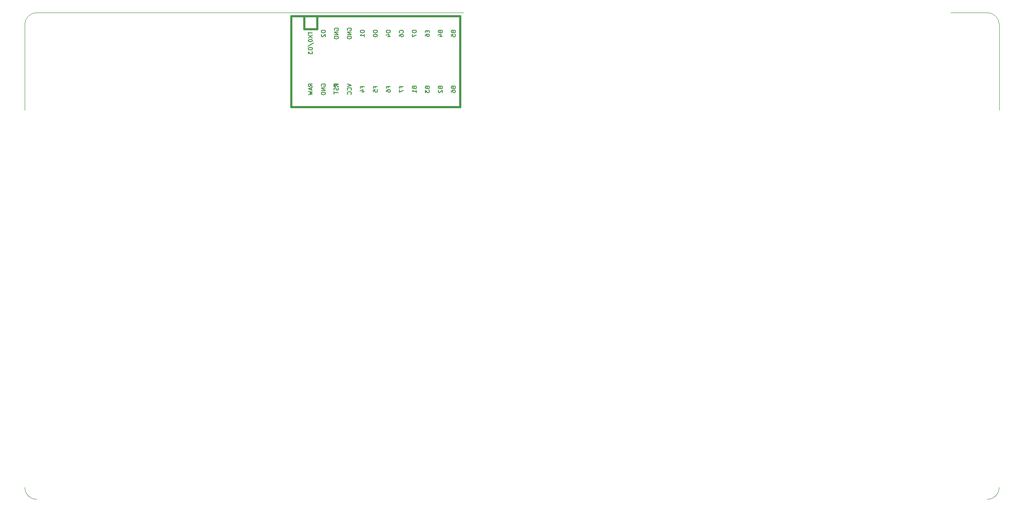
<source format=gbo>
G04 #@! TF.GenerationSoftware,KiCad,Pcbnew,(5.1.4)-1*
G04 #@! TF.CreationDate,2021-08-31T10:30:47-10:00*
G04 #@! TF.ProjectId,oya45,6f796134-352e-46b6-9963-61645f706362,rev?*
G04 #@! TF.SameCoordinates,Original*
G04 #@! TF.FileFunction,Legend,Bot*
G04 #@! TF.FilePolarity,Positive*
%FSLAX46Y46*%
G04 Gerber Fmt 4.6, Leading zero omitted, Abs format (unit mm)*
G04 Created by KiCad (PCBNEW (5.1.4)-1) date 2021-08-31 10:30:47*
%MOMM*%
%LPD*%
G04 APERTURE LIST*
%ADD10C,0.120000*%
%ADD11C,0.381000*%
%ADD12C,0.150000*%
%ADD13C,1.852000*%
%ADD14C,4.089800*%
%ADD15R,1.854600X1.854600*%
%ADD16C,1.854600*%
%ADD17C,3.150000*%
G04 APERTURE END LIST*
D10*
X238125000Y-121443750D02*
G75*
G02X235743750Y-123825000I-2381250J0D01*
G01*
X50006250Y-123825000D02*
G75*
G02X47625000Y-121443750I0J2381250D01*
G01*
X50006250Y-28575000D02*
X133350000Y-28575000D01*
X235743750Y-28575000D02*
X228600000Y-28575000D01*
X47625000Y-30956250D02*
G75*
G02X50006250Y-28575000I2381250J0D01*
G01*
X235743750Y-28575000D02*
G75*
G02X238125000Y-30956250I0J-2381250D01*
G01*
X238125000Y-30956250D02*
X238125000Y-47625000D01*
X47625000Y-30956250D02*
X47625000Y-47625000D01*
D11*
X102235000Y-29210000D02*
X132715000Y-29210000D01*
X132715000Y-29210000D02*
X132715000Y-46990000D01*
X132715000Y-46990000D02*
X102235000Y-46990000D01*
X102235000Y-31750000D02*
X104775000Y-31750000D01*
X104775000Y-31750000D02*
X104775000Y-29210000D01*
D12*
G36*
X108114360Y-43031568D02*
G01*
X108414360Y-43031568D01*
X108414360Y-42931568D01*
X108114360Y-42931568D01*
X108114360Y-43031568D01*
G37*
X108114360Y-43031568D02*
X108414360Y-43031568D01*
X108414360Y-42931568D01*
X108114360Y-42931568D01*
X108114360Y-43031568D01*
G36*
X108514360Y-42831568D02*
G01*
X108614360Y-42831568D01*
X108614360Y-42731568D01*
X108514360Y-42731568D01*
X108514360Y-42831568D01*
G37*
X108514360Y-42831568D02*
X108614360Y-42831568D01*
X108614360Y-42731568D01*
X108514360Y-42731568D01*
X108514360Y-42831568D01*
G36*
X108114360Y-43031568D02*
G01*
X108214360Y-43031568D01*
X108214360Y-42531568D01*
X108114360Y-42531568D01*
X108114360Y-43031568D01*
G37*
X108114360Y-43031568D02*
X108214360Y-43031568D01*
X108214360Y-42531568D01*
X108114360Y-42531568D01*
X108114360Y-43031568D01*
G36*
X108114360Y-42631568D02*
G01*
X108914360Y-42631568D01*
X108914360Y-42531568D01*
X108114360Y-42531568D01*
X108114360Y-42631568D01*
G37*
X108114360Y-42631568D02*
X108914360Y-42631568D01*
X108914360Y-42531568D01*
X108114360Y-42531568D01*
X108114360Y-42631568D01*
G36*
X108714360Y-43031568D02*
G01*
X108914360Y-43031568D01*
X108914360Y-42931568D01*
X108714360Y-42931568D01*
X108714360Y-43031568D01*
G37*
X108714360Y-43031568D02*
X108914360Y-43031568D01*
X108914360Y-42931568D01*
X108714360Y-42931568D01*
X108714360Y-43031568D01*
D11*
X102235000Y-46990000D02*
X99695000Y-46990000D01*
X99695000Y-46990000D02*
X99695000Y-29210000D01*
X99695000Y-29210000D02*
X102235000Y-29210000D01*
X102235000Y-31750000D02*
X102235000Y-29210000D01*
D12*
X128847857Y-43237190D02*
X128885952Y-43351476D01*
X128924047Y-43389571D01*
X129000238Y-43427666D01*
X129114523Y-43427666D01*
X129190714Y-43389571D01*
X129228809Y-43351476D01*
X129266904Y-43275285D01*
X129266904Y-42970523D01*
X128466904Y-42970523D01*
X128466904Y-43237190D01*
X128505000Y-43313380D01*
X128543095Y-43351476D01*
X128619285Y-43389571D01*
X128695476Y-43389571D01*
X128771666Y-43351476D01*
X128809761Y-43313380D01*
X128847857Y-43237190D01*
X128847857Y-42970523D01*
X128543095Y-43732428D02*
X128505000Y-43770523D01*
X128466904Y-43846714D01*
X128466904Y-44037190D01*
X128505000Y-44113380D01*
X128543095Y-44151476D01*
X128619285Y-44189571D01*
X128695476Y-44189571D01*
X128809761Y-44151476D01*
X129266904Y-43694333D01*
X129266904Y-44189571D01*
X121227857Y-43294333D02*
X121227857Y-43027666D01*
X121646904Y-43027666D02*
X120846904Y-43027666D01*
X120846904Y-43408619D01*
X120846904Y-43637190D02*
X120846904Y-44170523D01*
X121646904Y-43827666D01*
X118687857Y-43294333D02*
X118687857Y-43027666D01*
X119106904Y-43027666D02*
X118306904Y-43027666D01*
X118306904Y-43408619D01*
X118306904Y-44056238D02*
X118306904Y-43903857D01*
X118345000Y-43827666D01*
X118383095Y-43789571D01*
X118497380Y-43713380D01*
X118649761Y-43675285D01*
X118954523Y-43675285D01*
X119030714Y-43713380D01*
X119068809Y-43751476D01*
X119106904Y-43827666D01*
X119106904Y-43980047D01*
X119068809Y-44056238D01*
X119030714Y-44094333D01*
X118954523Y-44132428D01*
X118764047Y-44132428D01*
X118687857Y-44094333D01*
X118649761Y-44056238D01*
X118611666Y-43980047D01*
X118611666Y-43827666D01*
X118649761Y-43751476D01*
X118687857Y-43713380D01*
X118764047Y-43675285D01*
X116147857Y-43294333D02*
X116147857Y-43027666D01*
X116566904Y-43027666D02*
X115766904Y-43027666D01*
X115766904Y-43408619D01*
X115766904Y-44094333D02*
X115766904Y-43713380D01*
X116147857Y-43675285D01*
X116109761Y-43713380D01*
X116071666Y-43789571D01*
X116071666Y-43980047D01*
X116109761Y-44056238D01*
X116147857Y-44094333D01*
X116224047Y-44132428D01*
X116414523Y-44132428D01*
X116490714Y-44094333D01*
X116528809Y-44056238D01*
X116566904Y-43980047D01*
X116566904Y-43789571D01*
X116528809Y-43713380D01*
X116490714Y-43675285D01*
X103866904Y-43008619D02*
X103485952Y-42741952D01*
X103866904Y-42551476D02*
X103066904Y-42551476D01*
X103066904Y-42856238D01*
X103105000Y-42932428D01*
X103143095Y-42970523D01*
X103219285Y-43008619D01*
X103333571Y-43008619D01*
X103409761Y-42970523D01*
X103447857Y-42932428D01*
X103485952Y-42856238D01*
X103485952Y-42551476D01*
X103638333Y-43313380D02*
X103638333Y-43694333D01*
X103866904Y-43237190D02*
X103066904Y-43503857D01*
X103866904Y-43770523D01*
X103066904Y-43961000D02*
X103866904Y-44151476D01*
X103295476Y-44303857D01*
X103866904Y-44456238D01*
X103066904Y-44646714D01*
X105645000Y-42951476D02*
X105606904Y-42875285D01*
X105606904Y-42761000D01*
X105645000Y-42646714D01*
X105721190Y-42570523D01*
X105797380Y-42532428D01*
X105949761Y-42494333D01*
X106064047Y-42494333D01*
X106216428Y-42532428D01*
X106292619Y-42570523D01*
X106368809Y-42646714D01*
X106406904Y-42761000D01*
X106406904Y-42837190D01*
X106368809Y-42951476D01*
X106330714Y-42989571D01*
X106064047Y-42989571D01*
X106064047Y-42837190D01*
X106406904Y-43332428D02*
X105606904Y-43332428D01*
X106406904Y-43789571D01*
X105606904Y-43789571D01*
X106406904Y-44170523D02*
X105606904Y-44170523D01*
X105606904Y-44361000D01*
X105645000Y-44475285D01*
X105721190Y-44551476D01*
X105797380Y-44589571D01*
X105949761Y-44627666D01*
X106064047Y-44627666D01*
X106216428Y-44589571D01*
X106292619Y-44551476D01*
X106368809Y-44475285D01*
X106406904Y-44361000D01*
X106406904Y-44170523D01*
X108878809Y-43299786D02*
X108916904Y-43414072D01*
X108916904Y-43604548D01*
X108878809Y-43680739D01*
X108840714Y-43718834D01*
X108764523Y-43756929D01*
X108688333Y-43756929D01*
X108612142Y-43718834D01*
X108574047Y-43680739D01*
X108535952Y-43604548D01*
X108497857Y-43452167D01*
X108459761Y-43375977D01*
X108421666Y-43337881D01*
X108345476Y-43299786D01*
X108269285Y-43299786D01*
X108193095Y-43337881D01*
X108155000Y-43375977D01*
X108116904Y-43452167D01*
X108116904Y-43642643D01*
X108155000Y-43756929D01*
X108116904Y-43985500D02*
X108116904Y-44442643D01*
X108916904Y-44214072D02*
X108116904Y-44214072D01*
X110686904Y-42494333D02*
X111486904Y-42761000D01*
X110686904Y-43027666D01*
X111410714Y-43751476D02*
X111448809Y-43713380D01*
X111486904Y-43599095D01*
X111486904Y-43522904D01*
X111448809Y-43408619D01*
X111372619Y-43332428D01*
X111296428Y-43294333D01*
X111144047Y-43256238D01*
X111029761Y-43256238D01*
X110877380Y-43294333D01*
X110801190Y-43332428D01*
X110725000Y-43408619D01*
X110686904Y-43522904D01*
X110686904Y-43599095D01*
X110725000Y-43713380D01*
X110763095Y-43751476D01*
X111410714Y-44551476D02*
X111448809Y-44513380D01*
X111486904Y-44399095D01*
X111486904Y-44322904D01*
X111448809Y-44208619D01*
X111372619Y-44132428D01*
X111296428Y-44094333D01*
X111144047Y-44056238D01*
X111029761Y-44056238D01*
X110877380Y-44094333D01*
X110801190Y-44132428D01*
X110725000Y-44208619D01*
X110686904Y-44322904D01*
X110686904Y-44399095D01*
X110725000Y-44513380D01*
X110763095Y-44551476D01*
X113607857Y-43294333D02*
X113607857Y-43027666D01*
X114026904Y-43027666D02*
X113226904Y-43027666D01*
X113226904Y-43408619D01*
X113493571Y-44056238D02*
X114026904Y-44056238D01*
X113188809Y-43865761D02*
X113760238Y-43675285D01*
X113760238Y-44170523D01*
X123767857Y-43237190D02*
X123805952Y-43351476D01*
X123844047Y-43389571D01*
X123920238Y-43427666D01*
X124034523Y-43427666D01*
X124110714Y-43389571D01*
X124148809Y-43351476D01*
X124186904Y-43275285D01*
X124186904Y-42970523D01*
X123386904Y-42970523D01*
X123386904Y-43237190D01*
X123425000Y-43313380D01*
X123463095Y-43351476D01*
X123539285Y-43389571D01*
X123615476Y-43389571D01*
X123691666Y-43351476D01*
X123729761Y-43313380D01*
X123767857Y-43237190D01*
X123767857Y-42970523D01*
X124186904Y-44189571D02*
X124186904Y-43732428D01*
X124186904Y-43961000D02*
X123386904Y-43961000D01*
X123501190Y-43884809D01*
X123577380Y-43808619D01*
X123615476Y-43732428D01*
X126307857Y-43237190D02*
X126345952Y-43351476D01*
X126384047Y-43389571D01*
X126460238Y-43427666D01*
X126574523Y-43427666D01*
X126650714Y-43389571D01*
X126688809Y-43351476D01*
X126726904Y-43275285D01*
X126726904Y-42970523D01*
X125926904Y-42970523D01*
X125926904Y-43237190D01*
X125965000Y-43313380D01*
X126003095Y-43351476D01*
X126079285Y-43389571D01*
X126155476Y-43389571D01*
X126231666Y-43351476D01*
X126269761Y-43313380D01*
X126307857Y-43237190D01*
X126307857Y-42970523D01*
X125926904Y-43694333D02*
X125926904Y-44189571D01*
X126231666Y-43922904D01*
X126231666Y-44037190D01*
X126269761Y-44113380D01*
X126307857Y-44151476D01*
X126384047Y-44189571D01*
X126574523Y-44189571D01*
X126650714Y-44151476D01*
X126688809Y-44113380D01*
X126726904Y-44037190D01*
X126726904Y-43808619D01*
X126688809Y-43732428D01*
X126650714Y-43694333D01*
X131387857Y-43237190D02*
X131425952Y-43351476D01*
X131464047Y-43389571D01*
X131540238Y-43427666D01*
X131654523Y-43427666D01*
X131730714Y-43389571D01*
X131768809Y-43351476D01*
X131806904Y-43275285D01*
X131806904Y-42970523D01*
X131006904Y-42970523D01*
X131006904Y-43237190D01*
X131045000Y-43313380D01*
X131083095Y-43351476D01*
X131159285Y-43389571D01*
X131235476Y-43389571D01*
X131311666Y-43351476D01*
X131349761Y-43313380D01*
X131387857Y-43237190D01*
X131387857Y-42970523D01*
X131006904Y-44113380D02*
X131006904Y-43961000D01*
X131045000Y-43884809D01*
X131083095Y-43846714D01*
X131197380Y-43770523D01*
X131349761Y-43732428D01*
X131654523Y-43732428D01*
X131730714Y-43770523D01*
X131768809Y-43808619D01*
X131806904Y-43884809D01*
X131806904Y-44037190D01*
X131768809Y-44113380D01*
X131730714Y-44151476D01*
X131654523Y-44189571D01*
X131464047Y-44189571D01*
X131387857Y-44151476D01*
X131349761Y-44113380D01*
X131311666Y-44037190D01*
X131311666Y-43884809D01*
X131349761Y-43808619D01*
X131387857Y-43770523D01*
X131464047Y-43732428D01*
X131387857Y-32315190D02*
X131425952Y-32429476D01*
X131464047Y-32467571D01*
X131540238Y-32505666D01*
X131654523Y-32505666D01*
X131730714Y-32467571D01*
X131768809Y-32429476D01*
X131806904Y-32353285D01*
X131806904Y-32048523D01*
X131006904Y-32048523D01*
X131006904Y-32315190D01*
X131045000Y-32391380D01*
X131083095Y-32429476D01*
X131159285Y-32467571D01*
X131235476Y-32467571D01*
X131311666Y-32429476D01*
X131349761Y-32391380D01*
X131387857Y-32315190D01*
X131387857Y-32048523D01*
X131006904Y-33229476D02*
X131006904Y-32848523D01*
X131387857Y-32810428D01*
X131349761Y-32848523D01*
X131311666Y-32924714D01*
X131311666Y-33115190D01*
X131349761Y-33191380D01*
X131387857Y-33229476D01*
X131464047Y-33267571D01*
X131654523Y-33267571D01*
X131730714Y-33229476D01*
X131768809Y-33191380D01*
X131806904Y-33115190D01*
X131806904Y-32924714D01*
X131768809Y-32848523D01*
X131730714Y-32810428D01*
X128847857Y-32315190D02*
X128885952Y-32429476D01*
X128924047Y-32467571D01*
X129000238Y-32505666D01*
X129114523Y-32505666D01*
X129190714Y-32467571D01*
X129228809Y-32429476D01*
X129266904Y-32353285D01*
X129266904Y-32048523D01*
X128466904Y-32048523D01*
X128466904Y-32315190D01*
X128505000Y-32391380D01*
X128543095Y-32429476D01*
X128619285Y-32467571D01*
X128695476Y-32467571D01*
X128771666Y-32429476D01*
X128809761Y-32391380D01*
X128847857Y-32315190D01*
X128847857Y-32048523D01*
X128733571Y-33191380D02*
X129266904Y-33191380D01*
X128428809Y-33000904D02*
X129000238Y-32810428D01*
X129000238Y-33305666D01*
X126307857Y-32086619D02*
X126307857Y-32353285D01*
X126726904Y-32467571D02*
X126726904Y-32086619D01*
X125926904Y-32086619D01*
X125926904Y-32467571D01*
X125926904Y-33153285D02*
X125926904Y-33000904D01*
X125965000Y-32924714D01*
X126003095Y-32886619D01*
X126117380Y-32810428D01*
X126269761Y-32772333D01*
X126574523Y-32772333D01*
X126650714Y-32810428D01*
X126688809Y-32848523D01*
X126726904Y-32924714D01*
X126726904Y-33077095D01*
X126688809Y-33153285D01*
X126650714Y-33191380D01*
X126574523Y-33229476D01*
X126384047Y-33229476D01*
X126307857Y-33191380D01*
X126269761Y-33153285D01*
X126231666Y-33077095D01*
X126231666Y-32924714D01*
X126269761Y-32848523D01*
X126307857Y-32810428D01*
X126384047Y-32772333D01*
X124186904Y-32048523D02*
X123386904Y-32048523D01*
X123386904Y-32239000D01*
X123425000Y-32353285D01*
X123501190Y-32429476D01*
X123577380Y-32467571D01*
X123729761Y-32505666D01*
X123844047Y-32505666D01*
X123996428Y-32467571D01*
X124072619Y-32429476D01*
X124148809Y-32353285D01*
X124186904Y-32239000D01*
X124186904Y-32048523D01*
X123386904Y-32772333D02*
X123386904Y-33305666D01*
X124186904Y-32962809D01*
X121570714Y-32505666D02*
X121608809Y-32467571D01*
X121646904Y-32353285D01*
X121646904Y-32277095D01*
X121608809Y-32162809D01*
X121532619Y-32086619D01*
X121456428Y-32048523D01*
X121304047Y-32010428D01*
X121189761Y-32010428D01*
X121037380Y-32048523D01*
X120961190Y-32086619D01*
X120885000Y-32162809D01*
X120846904Y-32277095D01*
X120846904Y-32353285D01*
X120885000Y-32467571D01*
X120923095Y-32505666D01*
X120846904Y-33191380D02*
X120846904Y-33039000D01*
X120885000Y-32962809D01*
X120923095Y-32924714D01*
X121037380Y-32848523D01*
X121189761Y-32810428D01*
X121494523Y-32810428D01*
X121570714Y-32848523D01*
X121608809Y-32886619D01*
X121646904Y-32962809D01*
X121646904Y-33115190D01*
X121608809Y-33191380D01*
X121570714Y-33229476D01*
X121494523Y-33267571D01*
X121304047Y-33267571D01*
X121227857Y-33229476D01*
X121189761Y-33191380D01*
X121151666Y-33115190D01*
X121151666Y-32962809D01*
X121189761Y-32886619D01*
X121227857Y-32848523D01*
X121304047Y-32810428D01*
X119106904Y-32048523D02*
X118306904Y-32048523D01*
X118306904Y-32239000D01*
X118345000Y-32353285D01*
X118421190Y-32429476D01*
X118497380Y-32467571D01*
X118649761Y-32505666D01*
X118764047Y-32505666D01*
X118916428Y-32467571D01*
X118992619Y-32429476D01*
X119068809Y-32353285D01*
X119106904Y-32239000D01*
X119106904Y-32048523D01*
X118573571Y-33191380D02*
X119106904Y-33191380D01*
X118268809Y-33000904D02*
X118840238Y-32810428D01*
X118840238Y-33305666D01*
X108185000Y-32029476D02*
X108146904Y-31953285D01*
X108146904Y-31839000D01*
X108185000Y-31724714D01*
X108261190Y-31648523D01*
X108337380Y-31610428D01*
X108489761Y-31572333D01*
X108604047Y-31572333D01*
X108756428Y-31610428D01*
X108832619Y-31648523D01*
X108908809Y-31724714D01*
X108946904Y-31839000D01*
X108946904Y-31915190D01*
X108908809Y-32029476D01*
X108870714Y-32067571D01*
X108604047Y-32067571D01*
X108604047Y-31915190D01*
X108946904Y-32410428D02*
X108146904Y-32410428D01*
X108946904Y-32867571D01*
X108146904Y-32867571D01*
X108946904Y-33248523D02*
X108146904Y-33248523D01*
X108146904Y-33439000D01*
X108185000Y-33553285D01*
X108261190Y-33629476D01*
X108337380Y-33667571D01*
X108489761Y-33705666D01*
X108604047Y-33705666D01*
X108756428Y-33667571D01*
X108832619Y-33629476D01*
X108908809Y-33553285D01*
X108946904Y-33439000D01*
X108946904Y-33248523D01*
X110725000Y-32029476D02*
X110686904Y-31953285D01*
X110686904Y-31839000D01*
X110725000Y-31724714D01*
X110801190Y-31648523D01*
X110877380Y-31610428D01*
X111029761Y-31572333D01*
X111144047Y-31572333D01*
X111296428Y-31610428D01*
X111372619Y-31648523D01*
X111448809Y-31724714D01*
X111486904Y-31839000D01*
X111486904Y-31915190D01*
X111448809Y-32029476D01*
X111410714Y-32067571D01*
X111144047Y-32067571D01*
X111144047Y-31915190D01*
X111486904Y-32410428D02*
X110686904Y-32410428D01*
X111486904Y-32867571D01*
X110686904Y-32867571D01*
X111486904Y-33248523D02*
X110686904Y-33248523D01*
X110686904Y-33439000D01*
X110725000Y-33553285D01*
X110801190Y-33629476D01*
X110877380Y-33667571D01*
X111029761Y-33705666D01*
X111144047Y-33705666D01*
X111296428Y-33667571D01*
X111372619Y-33629476D01*
X111448809Y-33553285D01*
X111486904Y-33439000D01*
X111486904Y-33248523D01*
X114026904Y-32048523D02*
X113226904Y-32048523D01*
X113226904Y-32239000D01*
X113265000Y-32353285D01*
X113341190Y-32429476D01*
X113417380Y-32467571D01*
X113569761Y-32505666D01*
X113684047Y-32505666D01*
X113836428Y-32467571D01*
X113912619Y-32429476D01*
X113988809Y-32353285D01*
X114026904Y-32239000D01*
X114026904Y-32048523D01*
X114026904Y-33267571D02*
X114026904Y-32810428D01*
X114026904Y-33039000D02*
X113226904Y-33039000D01*
X113341190Y-32962809D01*
X113417380Y-32886619D01*
X113455476Y-32810428D01*
X116566904Y-32048523D02*
X115766904Y-32048523D01*
X115766904Y-32239000D01*
X115805000Y-32353285D01*
X115881190Y-32429476D01*
X115957380Y-32467571D01*
X116109761Y-32505666D01*
X116224047Y-32505666D01*
X116376428Y-32467571D01*
X116452619Y-32429476D01*
X116528809Y-32353285D01*
X116566904Y-32239000D01*
X116566904Y-32048523D01*
X115766904Y-33000904D02*
X115766904Y-33077095D01*
X115805000Y-33153285D01*
X115843095Y-33191380D01*
X115919285Y-33229476D01*
X116071666Y-33267571D01*
X116262142Y-33267571D01*
X116414523Y-33229476D01*
X116490714Y-33191380D01*
X116528809Y-33153285D01*
X116566904Y-33077095D01*
X116566904Y-33000904D01*
X116528809Y-32924714D01*
X116490714Y-32886619D01*
X116414523Y-32848523D01*
X116262142Y-32810428D01*
X116071666Y-32810428D01*
X115919285Y-32848523D01*
X115843095Y-32886619D01*
X115805000Y-32924714D01*
X115766904Y-33000904D01*
X106406904Y-32048523D02*
X105606904Y-32048523D01*
X105606904Y-32239000D01*
X105645000Y-32353285D01*
X105721190Y-32429476D01*
X105797380Y-32467571D01*
X105949761Y-32505666D01*
X106064047Y-32505666D01*
X106216428Y-32467571D01*
X106292619Y-32429476D01*
X106368809Y-32353285D01*
X106406904Y-32239000D01*
X106406904Y-32048523D01*
X105683095Y-32810428D02*
X105645000Y-32848523D01*
X105606904Y-32924714D01*
X105606904Y-33115190D01*
X105645000Y-33191380D01*
X105683095Y-33229476D01*
X105759285Y-33267571D01*
X105835476Y-33267571D01*
X105949761Y-33229476D01*
X106406904Y-32772333D01*
X106406904Y-33267571D01*
X103066904Y-32337651D02*
X103066904Y-32794794D01*
X103866904Y-32566223D02*
X103066904Y-32566223D01*
X103066904Y-32985270D02*
X103866904Y-33518604D01*
X103066904Y-33518604D02*
X103866904Y-32985270D01*
X103066904Y-33975747D02*
X103066904Y-34051937D01*
X103105000Y-34128128D01*
X103143095Y-34166223D01*
X103219285Y-34204318D01*
X103371666Y-34242413D01*
X103562142Y-34242413D01*
X103714523Y-34204318D01*
X103790714Y-34166223D01*
X103828809Y-34128128D01*
X103866904Y-34051937D01*
X103866904Y-33975747D01*
X103828809Y-33899556D01*
X103790714Y-33861461D01*
X103714523Y-33823366D01*
X103562142Y-33785270D01*
X103371666Y-33785270D01*
X103219285Y-33823366D01*
X103143095Y-33861461D01*
X103105000Y-33899556D01*
X103066904Y-33975747D01*
X103028809Y-35156699D02*
X104057380Y-34470985D01*
X103866904Y-35423366D02*
X103066904Y-35423366D01*
X103066904Y-35613842D01*
X103105000Y-35728128D01*
X103181190Y-35804318D01*
X103257380Y-35842413D01*
X103409761Y-35880508D01*
X103524047Y-35880508D01*
X103676428Y-35842413D01*
X103752619Y-35804318D01*
X103828809Y-35728128D01*
X103866904Y-35613842D01*
X103866904Y-35423366D01*
X103066904Y-36147175D02*
X103066904Y-36642413D01*
X103371666Y-36375747D01*
X103371666Y-36490032D01*
X103409761Y-36566223D01*
X103447857Y-36604318D01*
X103524047Y-36642413D01*
X103714523Y-36642413D01*
X103790714Y-36604318D01*
X103828809Y-36566223D01*
X103866904Y-36490032D01*
X103866904Y-36261461D01*
X103828809Y-36185270D01*
X103790714Y-36147175D01*
%LPC*%
D13*
X194945000Y-38100000D03*
X205105000Y-38100000D03*
D14*
X200025000Y-38100000D03*
D13*
X213995000Y-38100000D03*
X224155000Y-38100000D03*
D14*
X219075000Y-38100000D03*
D15*
X103505000Y-30480000D03*
D16*
X106045000Y-30480000D03*
X108585000Y-30480000D03*
X111125000Y-30480000D03*
X113665000Y-30480000D03*
X116205000Y-30480000D03*
X118745000Y-30480000D03*
X121285000Y-30480000D03*
X123825000Y-30480000D03*
X126365000Y-30480000D03*
X128905000Y-30480000D03*
X131445000Y-45720000D03*
X128905000Y-45720000D03*
X126365000Y-45720000D03*
X123825000Y-45720000D03*
X121285000Y-45720000D03*
X118745000Y-45720000D03*
X116205000Y-45720000D03*
X113665000Y-45720000D03*
X111125000Y-45720000D03*
X108585000Y-45720000D03*
X106045000Y-45720000D03*
X131445000Y-30480000D03*
X103505000Y-45720000D03*
D14*
X150018750Y-106045000D03*
X173831250Y-106045000D03*
D17*
X150018750Y-121285000D03*
X173831250Y-121285000D03*
D13*
X156845000Y-114300000D03*
X167005000Y-114300000D03*
D14*
X161925000Y-114300000D03*
X111918750Y-106045000D03*
X135731250Y-106045000D03*
D17*
X111918750Y-121285000D03*
X135731250Y-121285000D03*
D13*
X118745000Y-114300000D03*
X128905000Y-114300000D03*
D14*
X123825000Y-114300000D03*
X142875000Y-114300000D03*
D13*
X147955000Y-114300000D03*
X137795000Y-114300000D03*
D17*
X190500000Y-121285000D03*
X95250000Y-121285000D03*
D14*
X190500000Y-106045000D03*
X95250000Y-106045000D03*
D13*
X175895000Y-38100000D03*
X186055000Y-38100000D03*
D14*
X180975000Y-38100000D03*
D13*
X156845000Y-38100000D03*
X167005000Y-38100000D03*
D14*
X161925000Y-38100000D03*
D13*
X137795000Y-38100000D03*
X147955000Y-38100000D03*
D14*
X142875000Y-38100000D03*
D13*
X223520000Y-114300000D03*
X233680000Y-114300000D03*
D14*
X228600000Y-114300000D03*
D13*
X204470000Y-114300000D03*
X214630000Y-114300000D03*
D14*
X209550000Y-114300000D03*
D13*
X185420000Y-114300000D03*
X195580000Y-114300000D03*
D14*
X190500000Y-114300000D03*
D13*
X166370000Y-114300000D03*
X176530000Y-114300000D03*
D14*
X171450000Y-114300000D03*
D13*
X147320000Y-114300000D03*
X157480000Y-114300000D03*
D14*
X152400000Y-114300000D03*
D13*
X128270000Y-114300000D03*
X138430000Y-114300000D03*
D14*
X133350000Y-114300000D03*
D13*
X109220000Y-114300000D03*
X119380000Y-114300000D03*
D14*
X114300000Y-114300000D03*
D13*
X90170000Y-114300000D03*
X100330000Y-114300000D03*
D14*
X95250000Y-114300000D03*
D13*
X71120000Y-114300000D03*
X81280000Y-114300000D03*
D14*
X76200000Y-114300000D03*
D13*
X52070000Y-114300000D03*
X62230000Y-114300000D03*
D14*
X57150000Y-114300000D03*
D13*
X223520000Y-95250000D03*
X233680000Y-95250000D03*
D14*
X228600000Y-95250000D03*
D13*
X204470000Y-95250000D03*
X214630000Y-95250000D03*
D14*
X209550000Y-95250000D03*
D13*
X185420000Y-95250000D03*
X195580000Y-95250000D03*
D14*
X190500000Y-95250000D03*
D13*
X166370000Y-95250000D03*
X176530000Y-95250000D03*
D14*
X171450000Y-95250000D03*
D13*
X147320000Y-95250000D03*
X157480000Y-95250000D03*
D14*
X152400000Y-95250000D03*
D13*
X128270000Y-95250000D03*
X138430000Y-95250000D03*
D14*
X133350000Y-95250000D03*
D13*
X109220000Y-95250000D03*
X119380000Y-95250000D03*
D14*
X114300000Y-95250000D03*
D13*
X90170000Y-95250000D03*
X100330000Y-95250000D03*
D14*
X95250000Y-95250000D03*
D13*
X71120000Y-95250000D03*
X81280000Y-95250000D03*
D14*
X76200000Y-95250000D03*
D13*
X52070000Y-95250000D03*
X62230000Y-95250000D03*
D14*
X57150000Y-95250000D03*
D13*
X223520000Y-76200000D03*
X233680000Y-76200000D03*
D14*
X228600000Y-76200000D03*
D13*
X204470000Y-76200000D03*
X214630000Y-76200000D03*
D14*
X209550000Y-76200000D03*
D13*
X185420000Y-76200000D03*
X195580000Y-76200000D03*
D14*
X190500000Y-76200000D03*
D13*
X166370000Y-76200000D03*
X176530000Y-76200000D03*
D14*
X171450000Y-76200000D03*
D13*
X147320000Y-76200000D03*
X157480000Y-76200000D03*
D14*
X152400000Y-76200000D03*
D13*
X128270000Y-76200000D03*
X138430000Y-76200000D03*
D14*
X133350000Y-76200000D03*
D13*
X109220000Y-76200000D03*
X119380000Y-76200000D03*
D14*
X114300000Y-76200000D03*
D13*
X90170000Y-76200000D03*
X100330000Y-76200000D03*
D14*
X95250000Y-76200000D03*
D13*
X71120000Y-76200000D03*
X81280000Y-76200000D03*
D14*
X76200000Y-76200000D03*
D13*
X52070000Y-76200000D03*
X62230000Y-76200000D03*
D14*
X57150000Y-76200000D03*
D13*
X223520000Y-57150000D03*
X233680000Y-57150000D03*
D14*
X228600000Y-57150000D03*
D13*
X204470000Y-57150000D03*
X214630000Y-57150000D03*
D14*
X209550000Y-57150000D03*
D13*
X185420000Y-57150000D03*
X195580000Y-57150000D03*
D14*
X190500000Y-57150000D03*
D13*
X166370000Y-57150000D03*
X176530000Y-57150000D03*
D14*
X171450000Y-57150000D03*
D13*
X147320000Y-57150000D03*
X157480000Y-57150000D03*
D14*
X152400000Y-57150000D03*
D13*
X128270000Y-57150000D03*
X138430000Y-57150000D03*
D14*
X133350000Y-57150000D03*
D13*
X109220000Y-57150000D03*
X119380000Y-57150000D03*
D14*
X114300000Y-57150000D03*
D13*
X90170000Y-57150000D03*
X100330000Y-57150000D03*
D14*
X95250000Y-57150000D03*
D13*
X71120000Y-57150000D03*
X81280000Y-57150000D03*
D14*
X76200000Y-57150000D03*
D13*
X52070000Y-57150000D03*
X62230000Y-57150000D03*
D14*
X57150000Y-57150000D03*
M02*

</source>
